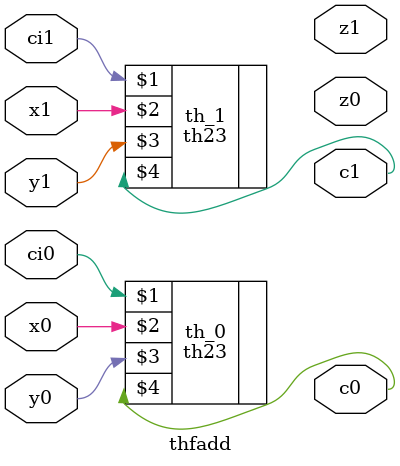
<source format=v>
module thfadd(x0, x1, y0, y1, ci0, ci1, z0, z1, c0, c1);

input wire x0, x1, y0, y1, ci0, ci1;
output wire z0, z1, c0, c1;


wire w1, w2;

th23 th_0(ci0, x0, y0, c0);
th23 th_1(ci1, x1, y1, c1);

//assign c0 = w1;
//assign c1 = w2;

//assign z0 = 0;
//assign z1 = 0;


//th34w2 th_2(w2, ci0, y0, x0, z0);
//th34w2 th_3(w1, ci1, y1, x1, z1);

endmodule

</source>
